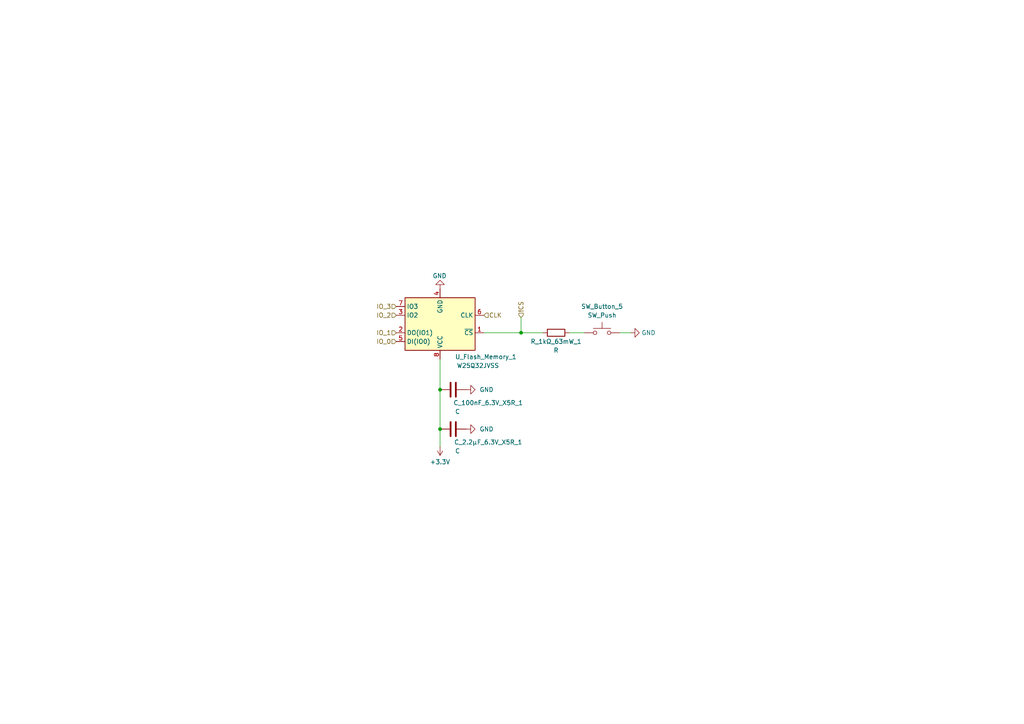
<source format=kicad_sch>
(kicad_sch (version 20211123) (generator eeschema)
  (paper "A4")
  (lib_symbols
    (symbol "Device:C" (pin_numbers hide) (pin_names (offset 0.254))
      (property "Reference" "C" (at 0.635 2.54 0))
      (property "Value" "C" (at 0.635 -2.54 0))
      (symbol "C_0_1"
        (polyline (pts (xy -2.032 -0.762) (xy 2.032 -0.762)) (stroke (width 0.508)))
        (polyline (pts (xy -2.032 0.762) (xy 2.032 0.762)) (stroke (width 0.508)))
      )
      (symbol "C_1_1"
        (pin passive line (at 0 3.81 270) (length 2.794) (name "~") (number "1"))
        (pin passive line (at 0 -3.81 90) (length 2.794) (name "~") (number "2"))
      )
    )
    (symbol "Device:R" (pin_numbers hide) (pin_names (offset 0))
      (property "Reference" "R" (at 2.032 0 90))
      (property "Value" "R" (at 0 0 90))
      (symbol "R_0_1"
        (rectangle (start -1.016 -2.54) (end 1.016 2.54) (stroke (width 0.254)))
      )
      (symbol "R_1_1"
        (pin passive line (at 0 3.81 270) (length 1.27) (name "~") (number "1"))
        (pin passive line (at 0 -3.81 90) (length 1.27) (name "~") (number "2"))
      )
    )
    (symbol "Memory_Flash:W25Q32JVSS"
      (property "Reference" "U" (at -8.89 8.89 0))
      (property "Value" "W25Q32JVSS" (at 7.62 8.89 0))
      (symbol "W25Q32JVSS_0_1"
        (rectangle (start -10.16 7.62) (end 10.16 -7.62) (stroke (width 0.254)) (fill (type background)))
      )
      (symbol "W25Q32JVSS_1_1"
        (pin input line (at -12.7 2.54 0) (length 2.54) (name "~{CS}") (number "1"))
        (pin bidirectional line (at 12.7 2.54 180) (length 2.54) (name "DO(IO1)") (number "2"))
        (pin bidirectional line (at 12.7 -2.54 180) (length 2.54) (name "IO2") (number "3"))
        (pin power_in line (at 0 -10.16 90) (length 2.54) (name "GND") (number "4"))
        (pin bidirectional line (at 12.7 5.08 180) (length 2.54) (name "DI(IO0)") (number "5"))
        (pin input line (at -12.7 -2.54 0) (length 2.54) (name "CLK") (number "6"))
        (pin bidirectional line (at 12.7 -5.08 180) (length 2.54) (name "IO3") (number "7"))
        (pin power_in line (at 0 10.16 270) (length 2.54) (name "VCC") (number "8"))
      )
    )
    (symbol "Switch:SW_Push" (pin_numbers hide) (pin_names (offset 1.016) hide)
      (property "Reference" "SW" (at 1.27 2.54 0))
      (property "Value" "SW_Push" (at 0 -1.524 0))
      (symbol "SW_Push_0_1"
        (circle (center -2.032 0) (radius 0.508))
        (polyline (pts (xy 0 1.27) (xy 0 3.048)))
        (polyline (pts (xy 2.54 1.27) (xy -2.54 1.27)))
        (circle (center 2.032 0) (radius 0.508))
        (pin passive line (at -5.08 0 0) (length 2.54) (name "1") (number "1"))
        (pin passive line (at 5.08 0 180) (length 2.54) (name "2") (number "2"))
      )
    )
    (symbol "power:+3.3V" (power) (pin_names (offset 0))
      (property "Value" "+3.3V" (at 0 3.556 0))
      (symbol "+3.3V_0_1"
        (polyline (pts (xy -0.762 1.27) (xy 0 2.54)))
        (polyline (pts (xy 0 0) (xy 0 2.54)))
        (polyline (pts (xy 0 2.54) (xy 0.762 1.27)))
      )
      (symbol "+3.3V_1_1"
        (pin power_in line (at 0 0 90) (length 0) hide (name "+3.3V") (number "1"))
      )
    )
    (symbol "power:GND" (power) (pin_names (offset 0))
      (property "Value" "GND" (at 0 -3.81 0))
      (symbol "GND_0_1"
        (polyline (pts (xy 0 0) (xy 0 -1.27) (xy 1.27 -1.27) (xy 0 -2.54) (xy -1.27 -1.27) (xy 0 -1.27)))
      )
      (symbol "GND_1_1"
        (pin power_in line (at 0 0 270) (length 0) hide (name "GND") (number "1"))
      )
    )
  )
  (junction (at 127.635 113.03))
  (junction (at 127.635 124.46))
  (junction (at 151.13 96.52))
  (wire (pts (xy 151.13 96.52) (xy 157.48 96.52)))
  (wire (pts (xy 140.335 96.52) (xy 151.13 96.52)))
  (wire (pts (xy 127.635 104.14) (xy 127.635 113.03)))
  (wire (pts (xy 127.635 124.46) (xy 127.635 129.54)))
  (wire (pts (xy 151.13 92.075) (xy 151.13 96.52)))
  (wire (pts (xy 179.705 96.52) (xy 182.88 96.52)))
  (wire (pts (xy 165.1 96.52) (xy 169.545 96.52)))
  (wire (pts (xy 127.635 113.03) (xy 127.635 124.46)))
  (hierarchical_label "!CS" (shape input) (at 151.13 92.075 90))
  (hierarchical_label "IO_2" (shape input) (at 114.935 91.44 180))
  (hierarchical_label "IO_3" (shape input) (at 114.935 88.9 180))
  (hierarchical_label "IO_1" (shape input) (at 114.935 96.52 180))
  (hierarchical_label "IO_0" (shape input) (at 114.935 99.06 180))
  (hierarchical_label "CLK" (shape input) (at 140.335 91.44 0))
  (symbol (lib_id "Device:C") (at 131.445 113.03 270) (unit 1)
    (property "Reference" "C_100nF_6.3V_X5R_1" (at 141.605 116.84 90))
    (property "Value" "C" (at 132.715 119.38 90))
    (property "Footprint" "Capacitor_SMD:CP_Elec_3x5.3" (effects hide))
  )
  (symbol (lib_id "Device:C") (at 131.445 124.46 270) (unit 1)
    (property "Reference" "C_2.2μF_6.3V_X5R_1" (at 141.605 128.27 90))
    (property "Value" "C" (at 132.715 130.81 90))
    (property "Footprint" "Capacitor_SMD:CP_Elec_3x5.3" (effects hide))
  )
  (symbol (lib_id "power:+3.3V") (at 127.635 129.54 180) (unit 1)
    (property "Reference" "#PWR0151" (effects hide))
    (property "Value" "+3.3V" (at 127.635 133.985 0))
  )
  (symbol (lib_id "Device:R") (at 161.29 96.52 270) (unit 1)
    (property "Reference" "R_1kΩ_63mW_1" (at 161.29 99.06 90))
    (property "Value" "R" (at 161.29 101.6 90))
    (property "Footprint" "Resistor_SMD:R_0201_0603Metric" (effects hide))
  )
  (symbol (lib_id "power:GND") (at 135.255 113.03 90) (unit 1)
    (property "Reference" "#PWR0154" (effects hide))
    (property "Value" "GND" (at 139.065 113.0299 90) (effects (justify right)))
  )
  (symbol (lib_id "Memory_Flash:W25Q32JVSS") (at 127.635 93.98 180) (unit 1)
    (property "Reference" "U_Flash_Memory_1" (at 149.86 103.505 0) (effects (justify left)))
    (property "Value" "W25Q32JVSS" (at 144.78 106.045 0) (effects (justify left)))
    (property "Footprint" "Package_SO:SOIC-8_5.23x5.23mm_P1.27mm" (effects hide))
    (property "Datasheet" "http://www.winbond.com/resource-files/w25q32jv%20revg%2003272018%20plus.pdf" (effects hide))
  )
  (symbol (lib_id "power:GND") (at 182.88 96.52 90) (unit 1)
    (property "Reference" "#PWR0152" (effects hide))
    (property "Value" "GND" (at 186.055 96.52 90) (effects (justify right)))
  )
  (symbol (lib_id "Switch:SW_Push") (at 174.625 96.52 0) (unit 1)
    (property "Reference" "SW_Button_5" (at 174.625 88.9 0))
    (property "Value" "SW_Push" (at 174.625 91.44 0))
    (property "Footprint" "Button_Switch_SMD:Panasonic_EVQPUJ_EVQPUA" (effects hide))
  )
  (symbol (lib_id "power:GND") (at 127.635 83.82 0) (mirror x) (unit 1)
    (property "Reference" "#PWR0153" (effects hide))
    (property "Value" "GND" (at 129.54 80.01 0) (effects (justify right)))
  )
  (symbol (lib_id "power:GND") (at 135.255 124.46 90) (unit 1)
    (property "Reference" "#PWR0150" (effects hide))
    (property "Value" "GND" (at 139.065 124.4599 90) (effects (justify right)))
  )
)
</source>
